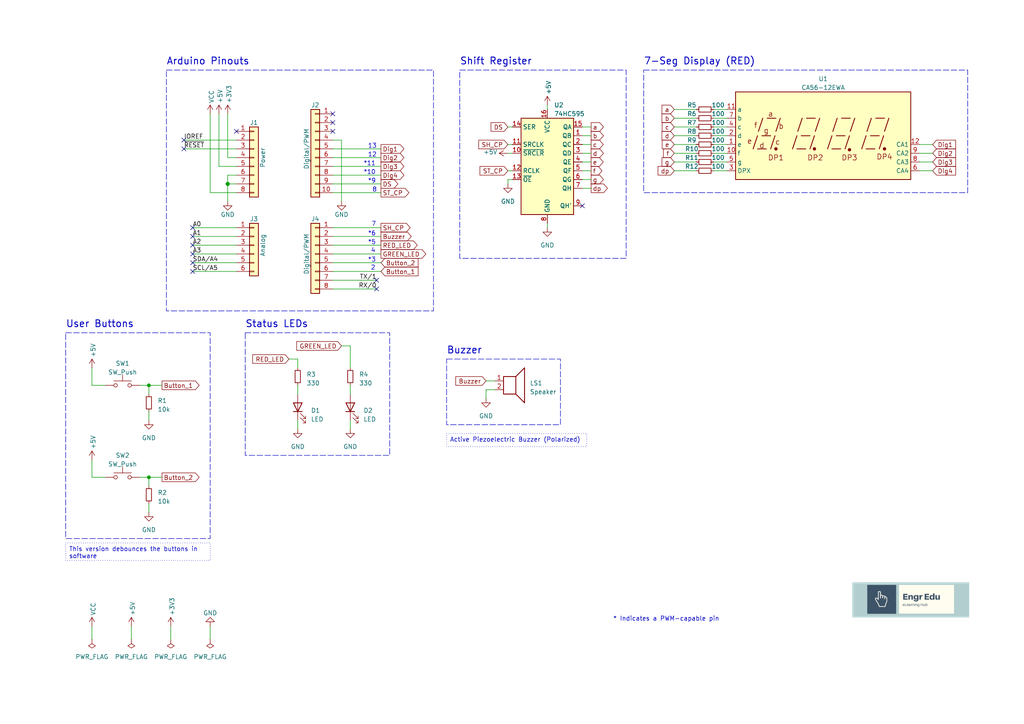
<source format=kicad_sch>
(kicad_sch (version 20230121) (generator eeschema)
  (paper "A4")
  (title_block (title "Arduino Uno Shield") (date "2023-03-22") (rev "1.0"))
  (lib_symbols
    (symbol "74xx:74HC595"
      (property "Reference" "U" (at -7.62 13.97 0))
      (property "Value" "74HC595" (at -7.62 -16.51 0))
      (symbol "74HC595_1_0"
        (pin tri_state line (at 10.16 7.62 180) (length 2.54) (name "QB") (number "1"))
        (pin input line (at -10.16 2.54 0) (length 2.54) (name "~{SRCLR}") (number "10"))
        (pin input line (at -10.16 5.08 0) (length 2.54) (name "SRCLK") (number "11"))
        (pin input line (at -10.16 -2.54 0) (length 2.54) (name "RCLK") (number "12"))
        (pin input line (at -10.16 -5.08 0) (length 2.54) (name "~{OE}") (number "13"))
        (pin input line (at -10.16 10.16 0) (length 2.54) (name "SER") (number "14"))
        (pin tri_state line (at 10.16 10.16 180) (length 2.54) (name "QA") (number "15"))
        (pin power_in line (at 0 15.24 270) (length 2.54) (name "VCC") (number "16"))
        (pin tri_state line (at 10.16 5.08 180) (length 2.54) (name "QC") (number "2"))
        (pin tri_state line (at 10.16 2.54 180) (length 2.54) (name "QD") (number "3"))
        (pin tri_state line (at 10.16 0 180) (length 2.54) (name "QE") (number "4"))
        (pin tri_state line (at 10.16 -2.54 180) (length 2.54) (name "QF") (number "5"))
        (pin tri_state line (at 10.16 -5.08 180) (length 2.54) (name "QG") (number "6"))
        (pin tri_state line (at 10.16 -7.62 180) (length 2.54) (name "QH") (number "7"))
        (pin power_in line (at 0 -17.78 90) (length 2.54) (name "GND") (number "8"))
        (pin output line (at 10.16 -12.7 180) (length 2.54) (name "QH'") (number "9"))
      )
      (symbol "74HC595_1_1"
        (rectangle (start -7.62 12.7) (end 7.62 -15.24) (stroke (width 0.254)) (fill (type background)))
      )
    )
    (symbol "Connector_Generic:Conn_01x06" (pin_names (offset 1.016) hide)
      (property "Reference" "J" (at 0 7.62 0))
      (property "Value" "Conn_01x06" (at 0 -10.16 0))
      (symbol "Conn_01x06_1_1"
        (rectangle (start -1.27 -7.493) (end 0 -7.747) (stroke (width 0.1524)))
        (rectangle (start -1.27 -4.953) (end 0 -5.207) (stroke (width 0.1524)))
        (rectangle (start -1.27 -2.413) (end 0 -2.667) (stroke (width 0.1524)))
        (rectangle (start -1.27 0.127) (end 0 -0.127) (stroke (width 0.1524)))
        (rectangle (start -1.27 2.667) (end 0 2.413) (stroke (width 0.1524)))
        (rectangle (start -1.27 5.207) (end 0 4.953) (stroke (width 0.1524)))
        (rectangle (start -1.27 6.35) (end 1.27 -8.89) (stroke (width 0.254)) (fill (type background)))
        (pin passive line (at -5.08 5.08 0) (length 3.81) (name "Pin_1") (number "1"))
        (pin passive line (at -5.08 2.54 0) (length 3.81) (name "Pin_2") (number "2"))
        (pin passive line (at -5.08 0 0) (length 3.81) (name "Pin_3") (number "3"))
        (pin passive line (at -5.08 -2.54 0) (length 3.81) (name "Pin_4") (number "4"))
        (pin passive line (at -5.08 -5.08 0) (length 3.81) (name "Pin_5") (number "5"))
        (pin passive line (at -5.08 -7.62 0) (length 3.81) (name "Pin_6") (number "6"))
      )
    )
    (symbol "Connector_Generic:Conn_01x08" (pin_names (offset 1.016) hide)
      (property "Reference" "J" (at 0 10.16 0))
      (property "Value" "Conn_01x08" (at 0 -12.7 0))
      (symbol "Conn_01x08_1_1"
        (rectangle (start -1.27 -10.033) (end 0 -10.287) (stroke (width 0.1524)))
        (rectangle (start -1.27 -7.493) (end 0 -7.747) (stroke (width 0.1524)))
        (rectangle (start -1.27 -4.953) (end 0 -5.207) (stroke (width 0.1524)))
        (rectangle (start -1.27 -2.413) (end 0 -2.667) (stroke (width 0.1524)))
        (rectangle (start -1.27 0.127) (end 0 -0.127) (stroke (width 0.1524)))
        (rectangle (start -1.27 2.667) (end 0 2.413) (stroke (width 0.1524)))
        (rectangle (start -1.27 5.207) (end 0 4.953) (stroke (width 0.1524)))
        (rectangle (start -1.27 7.747) (end 0 7.493) (stroke (width 0.1524)))
        (rectangle (start -1.27 8.89) (end 1.27 -11.43) (stroke (width 0.254)) (fill (type background)))
        (pin passive line (at -5.08 7.62 0) (length 3.81) (name "Pin_1") (number "1"))
        (pin passive line (at -5.08 5.08 0) (length 3.81) (name "Pin_2") (number "2"))
        (pin passive line (at -5.08 2.54 0) (length 3.81) (name "Pin_3") (number "3"))
        (pin passive line (at -5.08 0 0) (length 3.81) (name "Pin_4") (number "4"))
        (pin passive line (at -5.08 -2.54 0) (length 3.81) (name "Pin_5") (number "5"))
        (pin passive line (at -5.08 -5.08 0) (length 3.81) (name "Pin_6") (number "6"))
        (pin passive line (at -5.08 -7.62 0) (length 3.81) (name "Pin_7") (number "7"))
        (pin passive line (at -5.08 -10.16 0) (length 3.81) (name "Pin_8") (number "8"))
      )
    )
    (symbol "Connector_Generic:Conn_01x10" (pin_names (offset 1.016) hide)
      (property "Reference" "J" (at 0 12.7 0))
      (property "Value" "Conn_01x10" (at 0 -15.24 0))
      (symbol "Conn_01x10_1_1"
        (rectangle (start -1.27 -12.573) (end 0 -12.827) (stroke (width 0.1524)))
        (rectangle (start -1.27 -10.033) (end 0 -10.287) (stroke (width 0.1524)))
        (rectangle (start -1.27 -7.493) (end 0 -7.747) (stroke (width 0.1524)))
        (rectangle (start -1.27 -4.953) (end 0 -5.207) (stroke (width 0.1524)))
        (rectangle (start -1.27 -2.413) (end 0 -2.667) (stroke (width 0.1524)))
        (rectangle (start -1.27 0.127) (end 0 -0.127) (stroke (width 0.1524)))
        (rectangle (start -1.27 2.667) (end 0 2.413) (stroke (width 0.1524)))
        (rectangle (start -1.27 5.207) (end 0 4.953) (stroke (width 0.1524)))
        (rectangle (start -1.27 7.747) (end 0 7.493) (stroke (width 0.1524)))
        (rectangle (start -1.27 10.287) (end 0 10.033) (stroke (width 0.1524)))
        (rectangle (start -1.27 11.43) (end 1.27 -13.97) (stroke (width 0.254)) (fill (type background)))
        (pin passive line (at -5.08 10.16 0) (length 3.81) (name "Pin_1") (number "1"))
        (pin passive line (at -5.08 -12.7 0) (length 3.81) (name "Pin_10") (number "10"))
        (pin passive line (at -5.08 7.62 0) (length 3.81) (name "Pin_2") (number "2"))
        (pin passive line (at -5.08 5.08 0) (length 3.81) (name "Pin_3") (number "3"))
        (pin passive line (at -5.08 2.54 0) (length 3.81) (name "Pin_4") (number "4"))
        (pin passive line (at -5.08 0 0) (length 3.81) (name "Pin_5") (number "5"))
        (pin passive line (at -5.08 -2.54 0) (length 3.81) (name "Pin_6") (number "6"))
        (pin passive line (at -5.08 -5.08 0) (length 3.81) (name "Pin_7") (number "7"))
        (pin passive line (at -5.08 -7.62 0) (length 3.81) (name "Pin_8") (number "8"))
        (pin passive line (at -5.08 -10.16 0) (length 3.81) (name "Pin_9") (number "9"))
      )
    )
    (symbol "Device:LED" (pin_numbers hide) (pin_names (offset 1.016) hide)
      (property "Reference" "D" (at 0 2.54 0))
      (property "Value" "LED" (at 0 -2.54 0))
      (symbol "LED_0_1"
        (polyline (pts (xy -1.27 -1.27) (xy -1.27 1.27)) (stroke (width 0.254)))
        (polyline (pts (xy -1.27 0) (xy 1.27 0)))
        (polyline (pts (xy 1.27 -1.27) (xy 1.27 1.27) (xy -1.27 0) (xy 1.27 -1.27)) (stroke (width 0.254)))
        (polyline (pts (xy -3.048 -0.762) (xy -4.572 -2.286) (xy -3.81 -2.286) (xy -4.572 -2.286) (xy -4.572 -1.524)))
        (polyline (pts (xy -1.778 -0.762) (xy -3.302 -2.286) (xy -2.54 -2.286) (xy -3.302 -2.286) (xy -3.302 -1.524)))
      )
      (symbol "LED_1_1"
        (pin passive line (at -3.81 0 0) (length 2.54) (name "K") (number "1"))
        (pin passive line (at 3.81 0 180) (length 2.54) (name "A") (number "2"))
      )
    )
    (symbol "Device:R_Small" (pin_numbers hide) (pin_names (offset 0.254) hide)
      (property "Reference" "R" (at 0.762 0.508 0))
      (property "Value" "R_Small" (at 0.762 -1.016 0))
      (symbol "R_Small_0_1"
        (rectangle (start -0.762 1.778) (end 0.762 -1.778) (stroke (width 0.2032)))
      )
      (symbol "R_Small_1_1"
        (pin passive line (at 0 2.54 270) (length 0.762) (name "~") (number "1"))
        (pin passive line (at 0 -2.54 90) (length 0.762) (name "~") (number "2"))
      )
    )
    (symbol "Device:Speaker" (pin_names (offset 0) hide)
      (property "Reference" "LS" (at 1.27 5.715 0))
      (property "Value" "Speaker" (at 1.27 3.81 0))
      (symbol "Speaker_0_0"
        (rectangle (start -2.54 1.27) (end 1.016 -3.81) (stroke (width 0.254)))
        (polyline (pts (xy 1.016 1.27) (xy 3.556 3.81) (xy 3.556 -6.35) (xy 1.016 -3.81)) (stroke (width 0.254)))
      )
      (symbol "Speaker_1_1"
        (pin input line (at -5.08 0 0) (length 2.54) (name "1") (number "1"))
        (pin input line (at -5.08 -2.54 0) (length 2.54) (name "2") (number "2"))
      )
    )
    (symbol "Display_Character:CA56-12EWA"
      (property "Reference" "U" (at -24.13 13.97 0))
      (property "Value" "CA56-12EWA" (at 19.05 13.97 0))
      (symbol "CA56-12EWA_0_0"
        (rectangle (start -25.4 12.7) (end 25.4 -12.7) (stroke (width 0.254)) (fill (type background)))
        (polyline (pts (xy -20.32 -3.81) (xy -19.05 0)) (stroke (width 0.254)))
        (polyline (pts (xy -19.05 -3.81) (xy -16.51 -3.81)) (stroke (width 0.254)))
        (polyline (pts (xy -18.796 1.27) (xy -17.526 5.08)) (stroke (width 0.254)))
        (polyline (pts (xy -17.78 0) (xy -15.24 0)) (stroke (width 0.254)))
        (polyline (pts (xy -16.256 5.08) (xy -13.716 5.08)) (stroke (width 0.254)))
        (polyline (pts (xy -15.24 -3.81) (xy -13.97 0)) (stroke (width 0.254)))
        (polyline (pts (xy -13.716 1.27) (xy -12.446 5.08)) (stroke (width 0.254)))
        (polyline (pts (xy -8.89 -3.81) (xy -7.62 0)) (stroke (width 0.254)))
        (polyline (pts (xy -7.62 -3.81) (xy -5.08 -3.81)) (stroke (width 0.254)))
        (polyline (pts (xy -7.366 1.27) (xy -6.096 5.08)) (stroke (width 0.254)))
        (polyline (pts (xy -6.35 0) (xy -3.81 0)) (stroke (width 0.254)))
        (polyline (pts (xy -4.826 5.08) (xy -2.286 5.08)) (stroke (width 0.254)))
        (polyline (pts (xy -3.81 -3.81) (xy -2.54 0)) (stroke (width 0.254)))
        (polyline (pts (xy -2.286 1.27) (xy -1.016 5.08)) (stroke (width 0.254)))
        (polyline (pts (xy 1.27 -3.81) (xy 2.54 0)) (stroke (width 0.254)))
        (polyline (pts (xy 2.54 -3.81) (xy 5.08 -3.81)) (stroke (width 0.254)))
        (polyline (pts (xy 2.794 1.27) (xy 4.064 5.08)) (stroke (width 0.254)))
        (polyline (pts (xy 3.81 0) (xy 6.35 0)) (stroke (width 0.254)))
        (polyline (pts (xy 5.334 5.08) (xy 7.874 5.08)) (stroke (width 0.254)))
        (polyline (pts (xy 6.35 -3.81) (xy 7.62 0)) (stroke (width 0.254)))
        (polyline (pts (xy 7.874 1.27) (xy 9.144 5.08)) (stroke (width 0.254)))
        (polyline (pts (xy 11.176 -3.81) (xy 12.446 0)) (stroke (width 0.254)))
        (polyline (pts (xy 12.446 -3.81) (xy 14.986 -3.81)) (stroke (width 0.254)))
        (polyline (pts (xy 12.7 1.27) (xy 13.97 5.08)) (stroke (width 0.254)))
        (polyline (pts (xy 13.716 0) (xy 16.256 0)) (stroke (width 0.254)))
        (polyline (pts (xy 15.24 5.08) (xy 17.78 5.08)) (stroke (width 0.254)))
        (polyline (pts (xy 16.256 -3.81) (xy 17.526 0)) (stroke (width 0.254)))
        (polyline (pts (xy 17.78 1.27) (xy 19.05 5.08)) (stroke (width 0.254)))
        (text "a" (at -15.24 6.35 0) (effects (font (size 1.524 1.524))))
        (text "b" (at -12.192 2.794 0) (effects (font (size 1.524 1.524))))
        (text "c" (at -13.208 -1.778 0) (effects (font (size 1.524 1.524))))
        (text "d" (at -17.78 -2.794 0) (effects (font (size 1.524 1.524))))
        (text "DP1" (at -13.716 -6.35 0) (effects (font (size 1.524 1.524))))
        (text "DP2" (at -2.286 -6.35 0) (effects (font (size 1.524 1.524))))
        (text "DP3" (at 7.62 -6.35 0) (effects (font (size 1.524 1.524))))
        (text "DP4" (at 17.78 -6.096 0) (effects (font (size 1.524 1.524))))
        (text "e" (at -21.336 -1.524 0) (effects (font (size 1.524 1.524))))
        (text "f" (at -19.558 3.048 0) (effects (font (size 1.524 1.524))))
        (text "g" (at -16.51 1.524 0) (effects (font (size 1.524 1.524))))
      )
      (symbol "CA56-12EWA_0_1"
        (circle (center -13.716 -3.81) (radius 0.3556) (stroke (width 0.254)) (fill (type outline)))
        (circle (center -2.54 -3.81) (radius 0.3556) (stroke (width 0.254)) (fill (type outline)))
      )
      (symbol "CA56-12EWA_1_0"
        (circle (center 7.62 -4.064) (radius 0.3556) (stroke (width 0.254)) (fill (type outline)))
        (circle (center 17.78 -3.81) (radius 0.3556) (stroke (width 0.254)) (fill (type outline)))
      )
      (symbol "CA56-12EWA_1_1"
        (pin input line (at -27.94 -2.54 0) (length 2.54) (name "e") (number "1"))
        (pin input line (at -27.94 -5.08 0) (length 2.54) (name "f") (number "10"))
        (pin input line (at -27.94 7.62 0) (length 2.54) (name "a") (number "11"))
        (pin input line (at 27.94 -2.54 180) (length 2.54) (name "CA1") (number "12"))
        (pin input line (at -27.94 0 0) (length 2.54) (name "d") (number "2"))
        (pin input line (at -27.94 -10.16 0) (length 2.54) (name "DPX") (number "3"))
        (pin input line (at -27.94 2.54 0) (length 2.54) (name "c") (number "4"))
        (pin input line (at -27.94 -7.62 0) (length 2.54) (name "g") (number "5"))
        (pin input line (at 27.94 -10.16 180) (length 2.54) (name "CA4") (number "6"))
        (pin input line (at -27.94 5.08 0) (length 2.54) (name "b") (number "7"))
        (pin input line (at 27.94 -7.62 180) (length 2.54) (name "CA3") (number "8"))
        (pin input line (at 27.94 -5.08 180) (length 2.54) (name "CA2") (number "9"))
      )
    )
    (symbol "GND_1" (power) (pin_names (offset 0))
      (property "Value" "GND_1" (at 0 -3.81 0))
      (symbol "GND_1_0_1"
        (polyline (pts (xy 0 0) (xy 0 -1.27) (xy 1.27 -1.27) (xy 0 -2.54) (xy -1.27 -1.27) (xy 0 -1.27)))
      )
      (symbol "GND_1_1_1"
        (pin power_in line (at 0 0 270) (length 0) hide (name "GND") (number "1"))
      )
    )
    (symbol "GND_2" (power) (pin_names (offset 0))
      (property "Value" "GND_2" (at 0 -3.81 0))
      (symbol "GND_2_0_1"
        (polyline (pts (xy 0 0) (xy 0 -1.27) (xy 1.27 -1.27) (xy 0 -2.54) (xy -1.27 -1.27) (xy 0 -1.27)))
      )
      (symbol "GND_2_1_1"
        (pin power_in line (at 0 0 270) (length 0) hide (name "GND") (number "1"))
      )
    )
    (symbol "GND_3" (power) (pin_names (offset 0))
      (property "Value" "GND_3" (at 0 -3.81 0))
      (symbol "GND_3_0_1"
        (polyline (pts (xy 0 0) (xy 0 -1.27) (xy 1.27 -1.27) (xy 0 -2.54) (xy -1.27 -1.27) (xy 0 -1.27)))
      )
      (symbol "GND_3_1_1"
        (pin power_in line (at 0 0 270) (length 0) hide (name "GND") (number "1"))
      )
    )
    (symbol "Switch:SW_Push" (pin_numbers hide) (pin_names (offset 1.016) hide)
      (property "Reference" "SW" (at 1.27 2.54 0))
      (property "Value" "SW_Push" (at 0 -1.524 0))
      (symbol "SW_Push_0_1"
        (circle (center -2.032 0) (radius 0.508))
        (polyline (pts (xy 0 1.27) (xy 0 3.048)))
        (polyline (pts (xy 2.54 1.27) (xy -2.54 1.27)))
        (circle (center 2.032 0) (radius 0.508))
        (pin passive line (at -5.08 0 0) (length 2.54) (name "1") (number "1"))
        (pin passive line (at 5.08 0 180) (length 2.54) (name "2") (number "2"))
      )
    )
    (symbol "power:+3V3" (power) (pin_names (offset 0))
      (property "Value" "+3V3" (at 0 3.556 0))
      (symbol "+3V3_0_1"
        (polyline (pts (xy -0.762 1.27) (xy 0 2.54)))
        (polyline (pts (xy 0 0) (xy 0 2.54)))
        (polyline (pts (xy 0 2.54) (xy 0.762 1.27)))
      )
      (symbol "+3V3_1_1"
        (pin power_in line (at 0 0 90) (length 0) hide (name "+3V3") (number "1"))
      )
    )
    (symbol "power:+5V" (power) (pin_names (offset 0))
      (property "Value" "+5V" (at 0 3.556 0))
      (symbol "+5V_0_1"
        (polyline (pts (xy -0.762 1.27) (xy 0 2.54)))
        (polyline (pts (xy 0 0) (xy 0 2.54)))
        (polyline (pts (xy 0 2.54) (xy 0.762 1.27)))
      )
      (symbol "+5V_1_1"
        (pin power_in line (at 0 0 90) (length 0) hide (name "+5V") (number "1"))
      )
    )
    (symbol "power:GND" (power) (pin_names (offset 0))
      (property "Value" "GND" (at 0 -3.81 0))
      (symbol "GND_0_1"
        (polyline (pts (xy 0 0) (xy 0 -1.27) (xy 1.27 -1.27) (xy 0 -2.54) (xy -1.27 -1.27) (xy 0 -1.27)))
      )
      (symbol "GND_1_1"
        (pin power_in line (at 0 0 270) (length 0) hide (name "GND") (number "1"))
      )
    )
    (symbol "power:PWR_FLAG" (power) (pin_numbers hide) (pin_names (offset 0) hide)
      (property "Value" "PWR_FLAG" (at 0 3.81 0))
      (symbol "PWR_FLAG_0_0"
        (pin power_out line (at 0 0 90) (length 0) (name "pwr") (number "1"))
      )
      (symbol "PWR_FLAG_0_1"
        (polyline (pts (xy 0 0) (xy 0 1.27) (xy -1.016 1.905) (xy 0 2.54) (xy 1.016 1.905) (xy 0 1.27)))
      )
    )
    (symbol "power:VCC" (power) (pin_names (offset 0))
      (property "Value" "VCC" (at 0 3.81 0))
      (symbol "VCC_0_1"
        (polyline (pts (xy -0.762 1.27) (xy 0 2.54)))
        (polyline (pts (xy 0 0) (xy 0 2.54)))
        (polyline (pts (xy 0 2.54) (xy 0.762 1.27)))
      )
      (symbol "VCC_1_1"
        (pin power_in line (at 0 0 90) (length 0) hide (name "VCC") (number "1"))
      )
    )
  )
  (junction (at 66.04 53.34) (diameter 1.016))
  (junction (at 43.18 138.43))
  (junction (at 43.18 111.76))
  (no_connect (at 55.88 71.12))
  (no_connect (at 53.34 43.18))
  (no_connect (at 109.22 81.28))
  (no_connect (at 109.22 83.82))
  (no_connect (at 96.52 35.56))
  (no_connect (at 55.88 66.04))
  (no_connect (at 55.88 78.74))
  (no_connect (at 55.88 68.58))
  (no_connect (at 53.34 40.64))
  (no_connect (at 168.91 59.69))
  (no_connect (at 68.58 38.1))
  (no_connect (at 55.88 73.66))
  (no_connect (at 96.52 33.02))
  (no_connect (at 55.88 76.2))
  (no_connect (at 96.52 38.1))
  (wire (pts (xy 96.52 83.82) (xy 109.22 83.82)))
  (wire (pts (xy 26.67 181.61) (xy 26.67 185.42)))
  (wire (pts (xy 158.75 64.77) (xy 158.75 66.04)))
  (wire (pts (xy 96.52 50.8) (xy 110.49 50.8)))
  (wire (pts (xy 43.18 138.43) (xy 43.18 140.97)))
  (wire (pts (xy 207.01 36.83) (xy 210.82 36.83)))
  (wire (pts (xy 60.96 181.61) (xy 60.96 185.42)))
  (wire (pts (xy 66.04 50.8) (xy 66.04 53.34)))
  (wire (pts (xy 140.97 113.03) (xy 140.97 115.57)))
  (wire (pts (xy 55.88 78.74) (xy 68.58 78.74)))
  (wire (pts (xy 168.91 36.83) (xy 171.45 36.83)))
  (wire (pts (xy 43.18 138.43) (xy 46.99 138.43)))
  (wire (pts (xy 30.48 111.76) (xy 26.67 111.76)))
  (wire (pts (xy 43.18 111.76) (xy 43.18 114.3)))
  (wire (pts (xy 66.04 53.34) (xy 66.04 58.42)))
  (wire (pts (xy 86.36 111.76) (xy 86.36 114.3)))
  (wire (pts (xy 66.04 45.72) (xy 68.58 45.72)))
  (wire (pts (xy 63.5 48.26) (xy 68.58 48.26)))
  (wire (pts (xy 147.32 41.91) (xy 148.59 41.91)))
  (wire (pts (xy 63.5 33.02) (xy 63.5 48.26)))
  (wire (pts (xy 38.1 181.61) (xy 38.1 185.42)))
  (wire (pts (xy 96.52 43.18) (xy 110.49 43.18)))
  (wire (pts (xy 66.04 33.02) (xy 66.04 45.72)))
  (wire (pts (xy 96.52 66.04) (xy 110.49 66.04)))
  (wire (pts (xy 195.58 36.83) (xy 201.93 36.83)))
  (wire (pts (xy 140.97 110.49) (xy 143.51 110.49)))
  (wire (pts (xy 68.58 66.04) (xy 55.88 66.04)))
  (wire (pts (xy 266.7 44.45) (xy 270.51 44.45)))
  (wire (pts (xy 96.52 45.72) (xy 110.49 45.72)))
  (wire (pts (xy 101.6 100.33) (xy 101.6 106.68)))
  (wire (pts (xy 96.52 68.58) (xy 110.49 68.58)))
  (wire (pts (xy 49.53 181.61) (xy 49.53 185.42)))
  (wire (pts (xy 195.58 34.29) (xy 201.93 34.29)))
  (wire (pts (xy 148.59 52.07) (xy 147.32 52.07)))
  (wire (pts (xy 101.6 111.76) (xy 101.6 114.3)))
  (wire (pts (xy 195.58 41.91) (xy 201.93 41.91)))
  (wire (pts (xy 158.75 30.48) (xy 158.75 31.75)))
  (wire (pts (xy 96.52 53.34) (xy 110.49 53.34)))
  (wire (pts (xy 99.06 100.33) (xy 101.6 100.33)))
  (wire (pts (xy 96.52 73.66) (xy 110.49 73.66)))
  (wire (pts (xy 195.58 44.45) (xy 201.93 44.45)))
  (wire (pts (xy 53.34 40.64) (xy 68.58 40.64)))
  (wire (pts (xy 147.32 36.83) (xy 148.59 36.83)))
  (wire (pts (xy 207.01 31.75) (xy 210.82 31.75)))
  (wire (pts (xy 43.18 111.76) (xy 46.99 111.76)))
  (wire (pts (xy 101.6 121.92) (xy 101.6 124.46)))
  (wire (pts (xy 168.91 49.53) (xy 171.45 49.53)))
  (wire (pts (xy 266.7 46.99) (xy 270.51 46.99)))
  (wire (pts (xy 99.06 40.64) (xy 99.06 58.42)))
  (wire (pts (xy 147.32 44.45) (xy 148.59 44.45)))
  (wire (pts (xy 207.01 39.37) (xy 210.82 39.37)))
  (wire (pts (xy 40.64 111.76) (xy 43.18 111.76)))
  (wire (pts (xy 68.58 71.12) (xy 55.88 71.12)))
  (wire (pts (xy 53.34 43.18) (xy 68.58 43.18)))
  (wire (pts (xy 68.58 53.34) (xy 66.04 53.34)))
  (wire (pts (xy 195.58 49.53) (xy 201.93 49.53)))
  (wire (pts (xy 143.51 113.03) (xy 140.97 113.03)))
  (wire (pts (xy 68.58 55.88) (xy 60.96 55.88)))
  (wire (pts (xy 55.88 68.58) (xy 68.58 68.58)))
  (wire (pts (xy 147.32 52.07) (xy 147.32 53.34)))
  (wire (pts (xy 207.01 46.99) (xy 210.82 46.99)))
  (wire (pts (xy 168.91 41.91) (xy 171.45 41.91)))
  (wire (pts (xy 207.01 34.29) (xy 210.82 34.29)))
  (wire (pts (xy 195.58 39.37) (xy 201.93 39.37)))
  (wire (pts (xy 207.01 44.45) (xy 210.82 44.45)))
  (wire (pts (xy 96.52 40.64) (xy 99.06 40.64)))
  (wire (pts (xy 68.58 50.8) (xy 66.04 50.8)))
  (wire (pts (xy 43.18 119.38) (xy 43.18 121.92)))
  (wire (pts (xy 168.91 44.45) (xy 171.45 44.45)))
  (wire (pts (xy 96.52 48.26) (xy 110.49 48.26)))
  (wire (pts (xy 266.7 49.53) (xy 270.51 49.53)))
  (wire (pts (xy 168.91 46.99) (xy 171.45 46.99)))
  (wire (pts (xy 26.67 111.76) (xy 26.67 106.68)))
  (wire (pts (xy 168.91 39.37) (xy 171.45 39.37)))
  (wire (pts (xy 96.52 71.12) (xy 110.49 71.12)))
  (wire (pts (xy 43.18 146.05) (xy 43.18 148.59)))
  (wire (pts (xy 55.88 73.66) (xy 68.58 73.66)))
  (wire (pts (xy 195.58 31.75) (xy 201.93 31.75)))
  (wire (pts (xy 195.58 46.99) (xy 201.93 46.99)))
  (wire (pts (xy 86.36 104.14) (xy 86.36 106.68)))
  (wire (pts (xy 86.36 121.92) (xy 86.36 124.46)))
  (wire (pts (xy 26.67 138.43) (xy 26.67 133.35)))
  (wire (pts (xy 96.52 78.74) (xy 110.49 78.74)))
  (wire (pts (xy 207.01 41.91) (xy 210.82 41.91)))
  (wire (pts (xy 96.52 76.2) (xy 110.49 76.2)))
  (wire (pts (xy 168.91 54.61) (xy 171.45 54.61)))
  (wire (pts (xy 266.7 41.91) (xy 270.51 41.91)))
  (wire (pts (xy 30.48 138.43) (xy 26.67 138.43)))
  (wire (pts (xy 147.32 49.53) (xy 148.59 49.53)))
  (wire (pts (xy 40.64 138.43) (xy 43.18 138.43)))
  (wire (pts (xy 96.52 81.28) (xy 109.22 81.28)))
  (wire (pts (xy 60.96 55.88) (xy 60.96 33.02)))
  (wire (pts (xy 83.82 104.14) (xy 86.36 104.14)))
  (wire (pts (xy 68.58 76.2) (xy 55.88 76.2)))
  (wire (pts (xy 168.91 52.07) (xy 171.45 52.07)))
  (wire (pts (xy 96.52 55.88) (xy 110.49 55.88)))
  (wire (pts (xy 207.01 49.53) (xy 210.82 49.53)))
  (rectangle (start 71.12 96.52) (end 113.03 132.08) (stroke (width 0) (type dash)))
  (rectangle (start 129.54 104.14) (end 162.56 123.19) (stroke (width 0) (type dash)))
  (rectangle (start 48.26 20.32) (end 125.73 90.17) (stroke (width 0) (type dash)))
  (rectangle (start 19.05 96.52) (end 60.96 156.21) (stroke (width 0) (type dash)))
  (rectangle (start 133.35 20.32) (end 181.61 74.93) (stroke (width 0) (type dash)))
  (rectangle (start 186.69 20.32) (end 280.67 55.88) (stroke (width 0) (type dash)))
  (image (at 264.16 173.99) (scale 0.800628))
  (text_box "Active Piezoelectric Buzzer (Polarized)" (at 129.54 125.73 0) (size 40.64 3.81) (stroke (width 0) (type dot)) (effects (font (size 1.27 1.27)) (justify left top)))
  (text_box "This version debounces the buttons in software" (at 19.05 157.48 0) (size 41.91 5.08) (stroke (width 0) (type dot)) (effects (font (size 1.27 1.27)) (justify left top)))
  (text "Shift Register" (at 133.35 19.05 0) (effects (font (size 2 2) (thickness 0.254) bold) (justify left bottom)))
  (text "*10\n" (at 105.41 50.8 0) (effects (font (size 1.27 1.27)) (justify left bottom)))
  (text "*5\n" (at 106.68 71.12 0) (effects (font (size 1.27 1.27)) (justify left bottom)))
  (text "2" (at 107.5197 78.5097 0) (effects (font (size 1.27 1.27)) (justify left bottom)))
  (text "8\n" (at 107.95 55.88 0) (effects (font (size 1.27 1.27)) (justify left bottom)))
  (text "*6" (at 106.68 68.58 0) (effects (font (size 1.27 1.27)) (justify left bottom)))
  (text "12\n" (at 106.68 45.72 0) (effects (font (size 1.27 1.27)) (justify left bottom)))
  (text "*3" (at 106.68 76.2 0) (effects (font (size 1.27 1.27)) (justify left bottom)))
  (text "13\n" (at 106.68 43.18 0) (effects (font (size 1.27 1.27)) (justify left bottom)))
  (text "7" (at 107.7116 65.8176 0) (effects (font (size 1.27 1.27)) (justify left bottom)))
  (text "Status LEDs" (at 71.12 95.25 0) (effects (font (size 2 2) (thickness 0.254) bold) (justify left bottom)))
  (text "Arduino Pinouts" (at 48.26 19.05 0) (effects (font (size 2 2) (thickness 0.254) bold) (justify left bottom)))
  (text "User Buttons" (at 19.05 95.25 0) (effects (font (size 2 2) (thickness 0.254) bold) (justify left bottom)))
  (text "Buzzer" (at 129.54 102.87 0) (effects (font (size 2 2) (thickness 0.254) bold) (justify left bottom)))
  (text "* Indicates a PWM-capable pin" (at 177.8 180.34 0) (effects (font (size 1.27 1.27)) (justify left bottom)))
  (text "7-Seg Display (RED)" (at 186.69 19.05 0) (effects (font (size 2 2) (thickness 0.254) bold) (justify left bottom)))
  (text "4" (at 107.5437 73.5192 0) (effects (font (size 1.27 1.27)) (justify left bottom)))
  (text "*11" (at 105.41 48.26 0) (effects (font (size 1.27 1.27)) (justify left bottom)))
  (text "*9\n" (at 106.68 53.34 0) (effects (font (size 1.27 1.27)) (justify left bottom)))
  (label "RX{slash}0" (at 109.22 83.82 180))
  (label "A2" (at 55.88 71.12 0))
  (label "A3" (at 55.88 73.66 0))
  (label "~{RESET}" (at 53.34 43.18 0))
  (label "A1" (at 55.88 68.58 0))
  (label "TX{slash}1" (at 109.22 81.28 180))
  (label "A0" (at 55.88 66.04 0))
  (label "IOREF" (at 53.34 40.64 0))
  (label "SDA{slash}A4" (at 55.88 76.2 0))
  (label "SCL{slash}A5" (at 55.88 78.74 0))
  (global_label "e" (shape output) (at 171.45 46.99 0) (property "Intersheetrefs" "${INTERSHEET_REFS}" (effects hide)))
  (global_label "Button_1" (shape output) (at 46.99 111.76 0) (property "Intersheetrefs" "${INTERSHEET_REFS}" (effects hide)))
  (global_label "Button_1" (shape input) (at 110.49 78.74 0) (property "Intersheetrefs" "${INTERSHEET_REFS}" (effects hide)))
  (global_label "g" (shape output) (at 171.45 52.07 0) (property "Intersheetrefs" "${INTERSHEET_REFS}" (effects hide)))
  (global_label "dp" (shape output) (at 171.45 54.61 0) (property "Intersheetrefs" "${INTERSHEET_REFS}" (effects hide)))
  (global_label "ST_CP" (shape output) (at 110.49 55.88 0) (property "Intersheetrefs" "${INTERSHEET_REFS}" (effects hide)))
  (global_label "b" (shape input) (at 195.58 34.29 180) (property "Intersheetrefs" "${INTERSHEET_REFS}" (effects hide)))
  (global_label "f" (shape output) (at 171.45 49.53 0) (property "Intersheetrefs" "${INTERSHEET_REFS}" (effects hide)))
  (global_label "ST_CP" (shape input) (at 147.32 49.53 180) (property "Intersheetrefs" "${INTERSHEET_REFS}" (effects hide)))
  (global_label "d" (shape input) (at 195.58 39.37 180) (property "Intersheetrefs" "${INTERSHEET_REFS}" (effects hide)))
  (global_label "a" (shape input) (at 195.58 31.75 180) (property "Intersheetrefs" "${INTERSHEET_REFS}" (effects hide)))
  (global_label "c" (shape output) (at 171.45 41.91 0) (property "Intersheetrefs" "${INTERSHEET_REFS}" (effects hide)))
  (global_label "Dig1" (shape output) (at 110.49 43.18 0) (property "Intersheetrefs" "${INTERSHEET_REFS}" (effects hide)))
  (global_label "Buzzer" (shape output) (at 110.49 68.58 0) (property "Intersheetrefs" "${INTERSHEET_REFS}" (effects hide)))
  (global_label "g" (shape input) (at 195.58 46.99 180) (property "Intersheetrefs" "${INTERSHEET_REFS}" (effects hide)))
  (global_label "Button_2" (shape input) (at 110.49 76.2 0) (property "Intersheetrefs" "${INTERSHEET_REFS}" (effects hide)))
  (global_label "Dig1" (shape input) (at 270.51 41.91 0) (property "Intersheetrefs" "${INTERSHEET_REFS}" (effects hide)))
  (global_label "Dig4" (shape output) (at 110.49 50.8 0) (property "Intersheetrefs" "${INTERSHEET_REFS}" (effects hide)))
  (global_label "GREEN_LED" (shape input) (at 99.06 100.33 180) (property "Intersheetrefs" "${INTERSHEET_REFS}" (effects hide)))
  (global_label "a" (shape output) (at 171.45 36.83 0) (property "Intersheetrefs" "${INTERSHEET_REFS}" (effects hide)))
  (global_label "SH_CP" (shape output) (at 110.49 66.04 0) (property "Intersheetrefs" "${INTERSHEET_REFS}" (effects hide)))
  (global_label "Dig2" (shape input) (at 270.51 44.45 0) (property "Intersheetrefs" "${INTERSHEET_REFS}" (effects hide)))
  (global_label "Dig3" (shape output) (at 110.49 48.26 0) (property "Intersheetrefs" "${INTERSHEET_REFS}" (effects hide)))
  (global_label "DS" (shape input) (at 147.32 36.83 180) (property "Intersheetrefs" "${INTERSHEET_REFS}" (effects hide)))
  (global_label "SH_CP" (shape input) (at 147.32 41.91 180) (property "Intersheetrefs" "${INTERSHEET_REFS}" (effects hide)))
  (global_label "Button_2" (shape output) (at 46.99 138.43 0) (property "Intersheetrefs" "${INTERSHEET_REFS}" (effects hide)))
  (global_label "Dig4" (shape input) (at 270.51 49.53 0) (property "Intersheetrefs" "${INTERSHEET_REFS}" (effects hide)))
  (global_label "c" (shape input) (at 195.58 36.83 180) (property "Intersheetrefs" "${INTERSHEET_REFS}" (effects hide)))
  (global_label "Dig2" (shape output) (at 110.49 45.72 0) (property "Intersheetrefs" "${INTERSHEET_REFS}" (effects hide)))
  (global_label "dp" (shape input) (at 195.58 49.53 180) (property "Intersheetrefs" "${INTERSHEET_REFS}" (effects hide)))
  (global_label "Dig3" (shape input) (at 270.51 46.99 0) (property "Intersheetrefs" "${INTERSHEET_REFS}" (effects hide)))
  (global_label "Buzzer" (shape input) (at 140.97 110.49 180) (property "Intersheetrefs" "${INTERSHEET_REFS}" (effects hide)))
  (global_label "RED_LED" (shape output) (at 110.49 71.12 0) (property "Intersheetrefs" "${INTERSHEET_REFS}" (effects hide)))
  (global_label "d" (shape output) (at 171.45 44.45 0) (property "Intersheetrefs" "${INTERSHEET_REFS}" (effects hide)))
  (global_label "e" (shape input) (at 195.58 41.91 180) (property "Intersheetrefs" "${INTERSHEET_REFS}" (effects hide)))
  (global_label "DS" (shape output) (at 110.49 53.34 0) (property "Intersheetrefs" "${INTERSHEET_REFS}" (effects hide)))
  (global_label "GREEN_LED" (shape output) (at 110.49 73.66 0) (property "Intersheetrefs" "${INTERSHEET_REFS}" (effects hide)))
  (global_label "f" (shape input) (at 195.58 44.45 180) (property "Intersheetrefs" "${INTERSHEET_REFS}" (effects hide)))
  (global_label "b" (shape output) (at 171.45 39.37 0) (property "Intersheetrefs" "${INTERSHEET_REFS}" (effects hide)))
  (global_label "RED_LED" (shape input) (at 83.82 104.14 180) (property "Intersheetrefs" "${INTERSHEET_REFS}" (effects hide)))
  (symbol (lib_id "Connector_Generic:Conn_01x08") (at 73.66 45.72 0) (unit 1)
    (property "Reference" "J1" (at 73.66 35.56 0))
    (property "Value" "Power" (at 76.2 45.72 90))
    (property "Footprint" "Connector_PinSocket_2.54mm:PinSocket_1x08_P2.54mm_Vertical" (effects hide))
  )
  (symbol (lib_id "power:+3V3") (at 66.04 33.02 0) (unit 1)
    (property "Reference" "#PWR03" (effects hide))
    (property "Value" "+3.3V" (at 66.421 29.972 90) (effects (justify left)))
  )
  (symbol (lib_id "power:+5V") (at 63.5 33.02 0) (unit 1)
    (property "Reference" "#PWR02" (effects hide))
    (property "Value" "+5V" (at 63.8556 29.972 90) (effects (justify left)))
  )
  (symbol (lib_id "power:GND") (at 66.04 58.42 0) (unit 1)
    (property "Reference" "#PWR04" (effects hide))
    (property "Value" "GND" (at 66.04 62.23 0))
  )
  (symbol (lib_id "Connector_Generic:Conn_01x10") (at 91.44 43.18 0) (mirror y) (unit 1)
    (property "Reference" "J2" (at 91.44 30.48 0))
    (property "Value" "Digital/PWM" (at 88.9 43.18 90))
    (property "Footprint" "Connector_PinSocket_2.54mm:PinSocket_1x10_P2.54mm_Vertical" (effects hide))
  )
  (symbol (lib_id "power:GND") (at 99.06 58.42 0) (unit 1)
    (property "Reference" "#PWR05" (effects hide))
    (property "Value" "GND" (at 99.06 62.23 0))
  )
  (symbol (lib_id "Connector_Generic:Conn_01x06") (at 73.66 71.12 0) (unit 1)
    (property "Reference" "J3" (at 73.66 63.5 0))
    (property "Value" "Analog" (at 76.2 71.12 90))
    (property "Footprint" "Connector_PinSocket_2.54mm:PinSocket_1x06_P2.54mm_Vertical" (effects hide))
  )
  (symbol (lib_id "Connector_Generic:Conn_01x08") (at 91.44 73.66 0) (mirror y) (unit 1)
    (property "Reference" "J4" (at 91.44 63.5 0))
    (property "Value" "Digital/PWM" (at 88.9 73.66 90))
    (property "Footprint" "Connector_PinSocket_2.54mm:PinSocket_1x08_P2.54mm_Vertical" (effects hide))
  )
  (symbol (lib_id "power:+5V") (at 26.67 133.35 0) (unit 1)
    (property "Reference" "#PWR014" (effects hide))
    (property "Value" "+5V" (at 27.0256 130.302 90) (effects (justify left)))
  )
  (symbol (lib_id "74xx:74HC595") (at 158.75 46.99 0) (unit 1)
    (property "Reference" "U2" (at 160.7059 30.48 0) (effects (justify left)))
    (property "Value" "74HC595" (at 160.7059 33.02 0) (effects (justify left)))
    (property "Footprint" "Package_DIP:DIP-16_W7.62mm_Socket_LongPads" (effects hide))
    (property "Datasheet" "http://www.ti.com/lit/ds/symlink/sn74hc595.pdf" (effects hide))
  )
  (symbol (lib_id "power:PWR_FLAG") (at 26.67 185.42 180) (unit 1)
    (property "Reference" "#FLG01" (effects hide))
    (property "Value" "PWR_FLAG" (at 26.67 190.5 0))
  )
  (symbol (lib_id "Device:LED") (at 86.36 118.11 90) (unit 1)
    (property "Reference" "D1" (at 90.17 119.0625 90) (effects (justify right)))
    (property "Value" "LED" (at 90.17 121.6025 90) (effects (justify right)))
    (property "Footprint" "LED_THT:LED_D5.0mm" (effects hide))
  )
  (symbol (lib_id "power:PWR_FLAG") (at 38.1 185.42 180) (unit 1)
    (property "Reference" "#FLG02" (effects hide))
    (property "Value" "PWR_FLAG" (at 38.1 190.5 0))
  )
  (symbol (lib_id "Device:R_Small") (at 204.47 39.37 90) (unit 1)
    (property "Reference" "R8" (at 200.66 38.1 90))
    (property "Value" "100" (at 208.28 38.1 90))
    (property "Footprint" "Resistor_THT:R_Axial_DIN0207_L6.3mm_D2.5mm_P10.16mm_Horizontal" (effects hide))
  )
  (symbol (lib_id "power:+5V") (at 158.75 30.48 0) (unit 1)
    (property "Reference" "#PWR07" (effects hide))
    (property "Value" "+5V" (at 159.1056 27.432 90) (effects (justify left)))
  )
  (symbol (lib_id "Device:R_Small") (at 43.18 116.84 0) (unit 1)
    (property "Reference" "R1" (at 45.72 116.205 0) (effects (justify left)))
    (property "Value" "10k" (at 45.72 118.745 0) (effects (justify left)))
    (property "Footprint" "Resistor_THT:R_Axial_DIN0207_L6.3mm_D2.5mm_P10.16mm_Horizontal" (effects hide))
  )
  (symbol (lib_id "Device:R_Small") (at 43.18 143.51 0) (unit 1)
    (property "Reference" "R2" (at 45.72 142.875 0) (effects (justify left)))
    (property "Value" "10k" (at 45.72 145.415 0) (effects (justify left)))
    (property "Footprint" "Resistor_THT:R_Axial_DIN0207_L6.3mm_D2.5mm_P10.16mm_Horizontal" (effects hide))
  )
  (symbol (lib_id "power:+5V") (at 38.1 181.61 0) (unit 1)
    (property "Reference" "#PWR018" (effects hide))
    (property "Value" "+5V" (at 38.4556 178.562 90) (effects (justify left)))
  )
  (symbol (lib_id "Device:R_Small") (at 204.47 36.83 90) (unit 1)
    (property "Reference" "R7" (at 200.66 35.56 90))
    (property "Value" "100" (at 208.28 35.56 90))
    (property "Footprint" "Resistor_THT:R_Axial_DIN0207_L6.3mm_D2.5mm_P10.16mm_Horizontal" (effects hide))
  )
  (symbol (lib_id "power:VCC") (at 60.96 33.02 0) (unit 1)
    (property "Reference" "#PWR01" (effects hide))
    (property "Value" "VCC" (at 61.341 29.972 90) (effects (justify left)))
  )
  (symbol (lib_id "Device:LED") (at 101.6 118.11 90) (unit 1)
    (property "Reference" "D2" (at 105.41 119.0625 90) (effects (justify right)))
    (property "Value" "LED" (at 105.41 121.6025 90) (effects (justify right)))
    (property "Footprint" "LED_THT:LED_D5.0mm" (effects hide))
  )
  (symbol (lib_id "power:VCC") (at 26.67 181.61 0) (unit 1)
    (property "Reference" "#PWR017" (effects hide))
    (property "Value" "VCC" (at 27.051 178.562 90) (effects (justify left)))
  )
  (symbol (lib_id "power:PWR_FLAG") (at 49.53 185.42 180) (unit 1)
    (property "Reference" "#FLG03" (effects hide))
    (property "Value" "PWR_FLAG" (at 49.53 190.5 0))
  )
  (symbol (lib_id "Device:R_Small") (at 204.47 44.45 90) (unit 1)
    (property "Reference" "R10" (at 200.66 43.18 90))
    (property "Value" "100" (at 208.28 43.18 90))
    (property "Footprint" "Resistor_THT:R_Axial_DIN0207_L6.3mm_D2.5mm_P10.16mm_Horizontal" (effects hide))
  )
  (symbol (lib_id "power:PWR_FLAG") (at 60.96 185.42 180) (unit 1)
    (property "Reference" "#FLG04" (effects hide))
    (property "Value" "PWR_FLAG" (at 60.96 190.5 0))
  )
  (symbol (lib_id "Device:R_Small") (at 86.36 109.22 0) (unit 1)
    (property "Reference" "R3" (at 88.9 108.585 0) (effects (justify left)))
    (property "Value" "330" (at 88.9 111.125 0) (effects (justify left)))
    (property "Footprint" "Resistor_THT:R_Axial_DIN0207_L6.3mm_D2.5mm_P10.16mm_Horizontal" (effects hide))
  )
  (symbol (lib_name "GND_1") (lib_id "power:GND") (at 43.18 148.59 0) (unit 1)
    (property "Reference" "#PWR015" (effects hide))
    (property "Value" "GND" (at 43.18 153.67 0))
  )
  (symbol (lib_name "GND_1") (lib_id "power:GND") (at 60.96 181.61 180) (unit 1)
    (property "Reference" "#PWR011" (effects hide))
    (property "Value" "GND" (at 60.96 177.8 0))
  )
  (symbol (lib_id "Switch:SW_Push") (at 35.56 111.76 0) (unit 1)
    (property "Reference" "SW1" (at 35.56 105.41 0))
    (property "Value" "SW_Push" (at 35.56 107.95 0))
    (property "Footprint" "Button_Switch_THT:SW_PUSH-12mm" (effects hide))
  )
  (symbol (lib_id "Device:R_Small") (at 204.47 31.75 90) (unit 1)
    (property "Reference" "R5" (at 200.66 30.48 90))
    (property "Value" "100" (at 208.28 30.48 90))
    (property "Footprint" "Resistor_THT:R_Axial_DIN0207_L6.3mm_D2.5mm_P10.16mm_Horizontal" (effects hide))
  )
  (symbol (lib_id "power:+5V") (at 147.32 44.45 90) (unit 1)
    (property "Reference" "#PWR09" (effects hide))
    (property "Value" "+5V" (at 144.272 44.0944 90) (effects (justify left)))
  )
  (symbol (lib_name "GND_1") (lib_id "power:GND") (at 147.32 53.34 0) (unit 1)
    (property "Reference" "#PWR08" (effects hide))
    (property "Value" "GND" (at 147.32 58.42 0))
  )
  (symbol (lib_id "Switch:SW_Push") (at 35.56 138.43 0) (unit 1)
    (property "Reference" "SW2" (at 35.56 132.08 0))
    (property "Value" "SW_Push" (at 35.56 134.62 0))
    (property "Footprint" "Button_Switch_THT:SW_PUSH-12mm" (effects hide))
  )
  (symbol (lib_id "Display_Character:CA56-12EWA") (at 238.76 39.37 0) (unit 1)
    (property "Reference" "U1" (at 238.76 22.86 0))
    (property "Value" "CA56-12EWA" (at 238.76 25.4 0))
    (property "Footprint" "Display_7Segment:CA56-12EWA" (effects hide))
    (property "Datasheet" "http://cdn.sparkfun.com/datasheets/Components/LED/1LEDREDCC.pdf" (effects hide))
  )
  (symbol (lib_name "GND_2") (lib_id "power:GND") (at 101.6 124.46 0) (unit 1)
    (property "Reference" "#PWR020" (effects hide))
    (property "Value" "GND" (at 101.6 129.54 0))
  )
  (symbol (lib_id "Device:R_Small") (at 204.47 46.99 90) (unit 1)
    (property "Reference" "R11" (at 200.66 45.72 90))
    (property "Value" "100" (at 208.28 45.72 90))
    (property "Footprint" "Resistor_THT:R_Axial_DIN0207_L6.3mm_D2.5mm_P10.16mm_Horizontal" (effects hide))
  )
  (symbol (lib_id "Device:R_Small") (at 101.6 109.22 0) (unit 1)
    (property "Reference" "R4" (at 104.14 108.585 0) (effects (justify left)))
    (property "Value" "330" (at 104.14 111.125 0) (effects (justify left)))
    (property "Footprint" "Resistor_THT:R_Axial_DIN0207_L6.3mm_D2.5mm_P10.16mm_Horizontal" (effects hide))
  )
  (symbol (lib_id "Device:R_Small") (at 204.47 34.29 90) (unit 1)
    (property "Reference" "R6" (at 200.66 33.02 90))
    (property "Value" "100" (at 208.28 33.02 90))
    (property "Footprint" "Resistor_THT:R_Axial_DIN0207_L6.3mm_D2.5mm_P10.16mm_Horizontal" (effects hide))
  )
  (symbol (lib_name "GND_1") (lib_id "power:GND") (at 140.97 115.57 0) (unit 1)
    (property "Reference" "#PWR016" (effects hide))
    (property "Value" "GND" (at 140.97 120.65 0))
  )
  (symbol (lib_name "GND_3") (lib_id "power:GND") (at 158.75 66.04 0) (unit 1)
    (property "Reference" "#PWR06" (effects hide))
    (property "Value" "GND" (at 158.75 71.12 0))
  )
  (symbol (lib_id "Device:R_Small") (at 204.47 41.91 90) (unit 1)
    (property "Reference" "R9" (at 200.66 40.64 90))
    (property "Value" "100" (at 208.28 40.64 90))
    (property "Footprint" "Resistor_THT:R_Axial_DIN0207_L6.3mm_D2.5mm_P10.16mm_Horizontal" (effects hide))
  )
  (symbol (lib_id "Device:Speaker") (at 148.59 110.49 0) (unit 1)
    (property "Reference" "LS1" (at 153.67 111.125 0) (effects (justify left)))
    (property "Value" "Speaker" (at 153.67 113.665 0) (effects (justify left)))
    (property "Footprint" "Buzzer_Beeper:Buzzer_12x9.5RM7.6" (effects hide))
    (property "Datasheet" "https://www.digikey.com/en/products/detail/cui-devices/CMI-1295IC-0585T/11674150?utm_adgroup=Alarms%2C%20Buzzers%2C%20and%20Sirens&utm_source=google&utm_medium=cpc&utm_campaign=Shopping_Product_Audio%20Products_NEW&utm_term=&utm_content=Alarms%2C%20Buzzers%2C%20and%20Sirens&gclid=CjwKCAjwzuqgBhAcEiwAdj5dRt8nz1IuytFLjx3uwWgVUeIhfTmZ3ysWix6dXCToN1KqcPwJXCrWqhoCtbEQAvD_BwE" (effects hide))
  )
  (symbol (lib_id "power:+5V") (at 26.67 106.68 0) (unit 1)
    (property "Reference" "#PWR013" (effects hide))
    (property "Value" "+5V" (at 27.0256 103.632 90) (effects (justify left)))
  )
  (symbol (lib_name "GND_1") (lib_id "power:GND") (at 86.36 124.46 0) (unit 1)
    (property "Reference" "#PWR010" (effects hide))
    (property "Value" "GND" (at 86.36 129.54 0))
  )
  (symbol (lib_id "power:+3V3") (at 49.53 181.61 0) (unit 1)
    (property "Reference" "#PWR019" (effects hide))
    (property "Value" "+3.3V" (at 49.911 178.562 90) (effects (justify left)))
  )
  (symbol (lib_id "Device:R_Small") (at 204.47 49.53 90) (unit 1)
    (property "Reference" "R12" (at 200.66 48.26 90))
    (property "Value" "100" (at 208.28 48.26 90))
    (property "Footprint" "Resistor_THT:R_Axial_DIN0207_L6.3mm_D2.5mm_P10.16mm_Horizontal" (effects hide))
  )
  (symbol (lib_name "GND_1") (lib_id "power:GND") (at 43.18 121.92 0) (unit 1)
    (property "Reference" "#PWR012" (effects hide))
    (property "Value" "GND" (at 43.18 127 0))
  )
)
</source>
